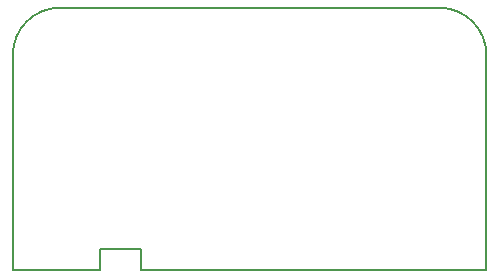
<source format=gm1>
G04 #@! TF.GenerationSoftware,KiCad,Pcbnew,(5.0.0-rc2-153-gb37969f58)*
G04 #@! TF.CreationDate,2018-07-10T17:16:08+02:00*
G04 #@! TF.ProjectId,wb001,77623030312E6B696361645F70636200,rev?*
G04 #@! TF.SameCoordinates,Original*
G04 #@! TF.FileFunction,Profile,NP*
%FSLAX46Y46*%
G04 Gerber Fmt 4.6, Leading zero omitted, Abs format (unit mm)*
G04 Created by KiCad (PCBNEW (5.0.0-rc2-153-gb37969f58)) date Tue Jul 10 17:16:08 2018*
%MOMM*%
%LPD*%
G01*
G04 APERTURE LIST*
%ADD10C,0.150000*%
G04 #@! TA.AperFunction,NonConductor*
%ADD11C,0.150000*%
G04 #@! TD*
G04 APERTURE END LIST*
D10*
X152400000Y-50300000D02*
X184500000Y-50300000D01*
X184500000Y-50300000D02*
G75*
G02X188500000Y-54300000I0J-4000000D01*
G01*
X188501112Y-72550000D02*
X188500000Y-54300000D01*
X160400000Y-72550000D02*
X188501112Y-72550000D01*
X148400000Y-72550000D02*
X154600000Y-72550000D01*
X148400000Y-54300000D02*
X148400000Y-72550000D01*
X148400000Y-54300000D02*
G75*
G02X152400000Y-50300000I4000000J0D01*
G01*
D11*
G04 #@! TO.C,J101*
X155750000Y-72550000D02*
X154600000Y-72550000D01*
X159250000Y-72550000D02*
X160400000Y-72550000D01*
X159250000Y-70750000D02*
X159250000Y-72550000D01*
X155750000Y-70750000D02*
X159250000Y-70750000D01*
X155750000Y-72550000D02*
X155750000Y-70750000D01*
G04 #@! TD*
M02*

</source>
